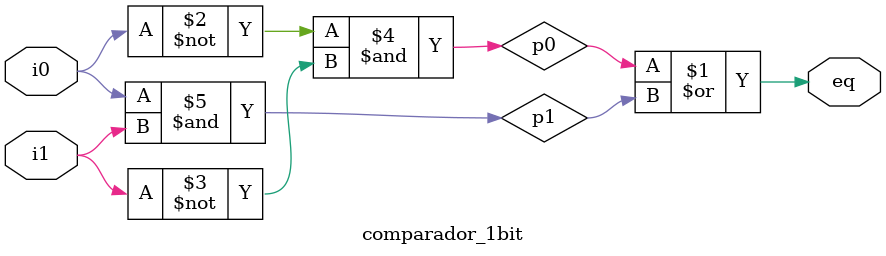
<source format=v>
module comparador_1bit (
    // I/O ports
    input wire i0, i1,
    output wire eq
);

//Signal declarations: Are internal variables
wire p0, p1;

//body
//sum of products terms
assign eq = p0 | p1;

//product terms
assign p0 = ~i0 & ~i1;
assign p1 = i0 & i1;
    
endmodule
</source>
